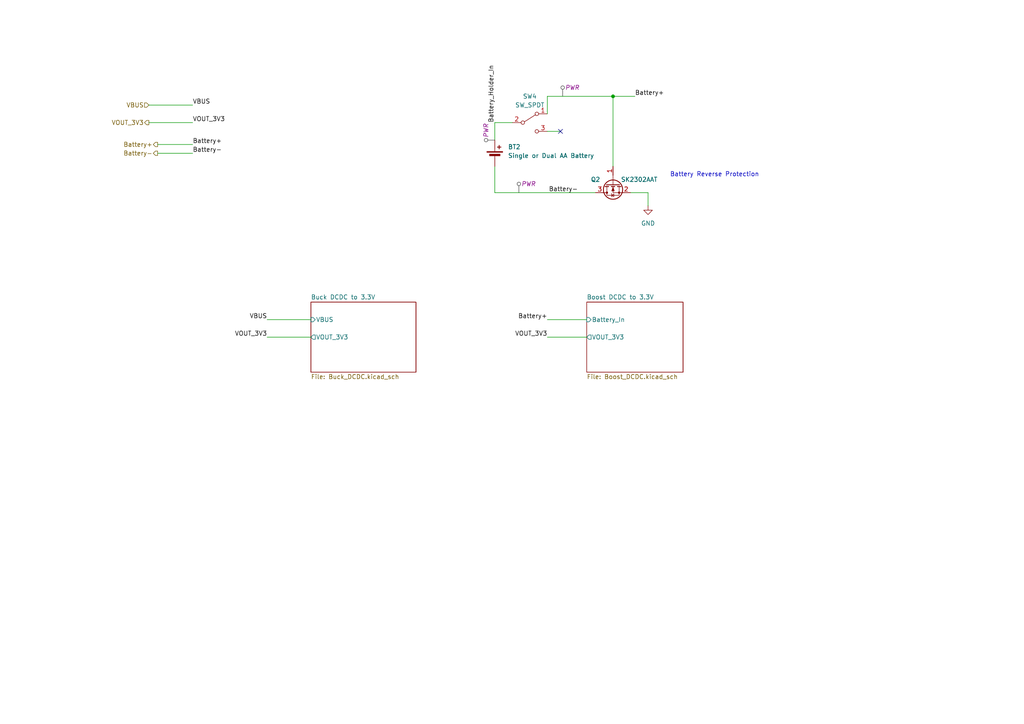
<source format=kicad_sch>
(kicad_sch (version 20230121) (generator eeschema)
  (paper "A4")
  (title_block (title "KiCad 2023 Asia Badge") (date "2023-10-15") (rev "2.1") (company "Beijing Exponential Deep Space") (comment 1 "Licensed under CC By 4.0 http://creativecommons.org/licenses/by/4.0/") (comment 2 "Designed by Yang Hongbo"))
  (lib_symbols
    (symbol "Device:Battery_Cell" (pin_numbers hide) (pin_names (offset 0) hide)
      (property "Reference" "BT" (at 2.54 2.54 0))
      (property "Value" "Battery_Cell" (at 2.54 0 0))
      (symbol "Battery_Cell_0_1"
        (rectangle (start -2.286 1.778) (end 2.286 1.524) (fill (type outline)))
        (rectangle (start -1.524 1.016) (end 1.524 0.508) (fill (type outline)))
        (polyline (pts (xy 0 0.762) (xy 0 0)))
        (polyline (pts (xy 0 1.778) (xy 0 2.54)))
        (polyline (pts (xy 0.762 3.048) (xy 1.778 3.048)) (stroke (width 0.254)))
        (polyline (pts (xy 1.27 3.556) (xy 1.27 2.54)) (stroke (width 0.254)))
      )
      (symbol "Battery_Cell_1_1"
        (pin passive line (at 0 5.08 270) (length 2.54) (name "+") (number "1"))
        (pin passive line (at 0 -2.54 90) (length 2.54) (name "-") (number "2"))
      )
    )
    (symbol "Device:Q_NMOS_GSD" (pin_names (offset 0) hide)
      (property "Reference" "Q" (at 5.08 1.27 0))
      (property "Value" "Q_NMOS_GSD" (at 5.08 -1.27 0))
      (symbol "Q_NMOS_GSD_0_1"
        (polyline (pts (xy 0.254 0) (xy -2.54 0)))
        (polyline (pts (xy 0.254 1.905) (xy 0.254 -1.905)) (stroke (width 0.254)))
        (polyline (pts (xy 0.762 -1.27) (xy 0.762 -2.286)) (stroke (width 0.254)))
        (polyline (pts (xy 0.762 0.508) (xy 0.762 -0.508)) (stroke (width 0.254)))
        (polyline (pts (xy 0.762 2.286) (xy 0.762 1.27)) (stroke (width 0.254)))
        (polyline (pts (xy 2.54 2.54) (xy 2.54 1.778)))
        (polyline (pts (xy 2.54 -2.54) (xy 2.54 0) (xy 0.762 0)))
        (polyline (pts (xy 0.762 -1.778) (xy 3.302 -1.778) (xy 3.302 1.778) (xy 0.762 1.778)))
        (polyline (pts (xy 1.016 0) (xy 2.032 0.381) (xy 2.032 -0.381) (xy 1.016 0)) (fill (type outline)))
        (polyline (pts (xy 2.794 0.508) (xy 2.921 0.381) (xy 3.683 0.381) (xy 3.81 0.254)))
        (polyline (pts (xy 3.302 0.381) (xy 2.921 -0.254) (xy 3.683 -0.254) (xy 3.302 0.381)))
        (circle (center 1.651 0) (radius 2.794) (stroke (width 0.254)))
        (circle (center 2.54 -1.778) (radius 0.254) (fill (type outline)))
        (circle (center 2.54 1.778) (radius 0.254) (fill (type outline)))
      )
      (symbol "Q_NMOS_GSD_1_1"
        (pin input line (at -5.08 0 0) (length 2.54) (name "G") (number "1"))
        (pin passive line (at 2.54 -5.08 90) (length 2.54) (name "S") (number "2"))
        (pin passive line (at 2.54 5.08 270) (length 2.54) (name "D") (number "3"))
      )
    )
    (symbol "Switch:SW_SPDT" (pin_names (offset 0) hide)
      (property "Reference" "SW" (at 0 4.318 0))
      (property "Value" "SW_SPDT" (at 0 -5.08 0))
      (symbol "SW_SPDT_0_0"
        (circle (center -2.032 0) (radius 0.508))
        (circle (center 2.032 -2.54) (radius 0.508))
      )
      (symbol "SW_SPDT_0_1"
        (polyline (pts (xy -1.524 0.254) (xy 1.651 2.286)))
        (circle (center 2.032 2.54) (radius 0.508))
      )
      (symbol "SW_SPDT_1_1"
        (pin passive line (at 5.08 2.54 180) (length 2.54) (name "A") (number "1"))
        (pin passive line (at -5.08 0 0) (length 2.54) (name "B") (number "2"))
        (pin passive line (at 5.08 -2.54 180) (length 2.54) (name "C") (number "3"))
      )
    )
    (symbol "power:GND" (power) (pin_names (offset 0))
      (property "Value" "GND" (at 0 -3.81 0))
      (symbol "GND_0_1"
        (polyline (pts (xy 0 0) (xy 0 -1.27) (xy 1.27 -1.27) (xy 0 -2.54) (xy -1.27 -1.27) (xy 0 -1.27)))
      )
      (symbol "GND_1_1"
        (pin power_in line (at 0 0 270) (length 0) hide (name "GND") (number "1"))
      )
    )
  )
  (junction (at 177.8 27.94))
  (no_connect (at 162.56 38.1))
  (wire (pts (xy 158.75 38.1) (xy 162.56 38.1)))
  (wire (pts (xy 45.72 41.91) (xy 55.88 41.91)))
  (wire (pts (xy 45.72 44.45) (xy 55.88 44.45)))
  (wire (pts (xy 143.51 35.56) (xy 143.51 40.64)))
  (wire (pts (xy 90.17 97.79) (xy 77.47 97.79)))
  (wire (pts (xy 170.18 92.71) (xy 158.75 92.71)))
  (wire (pts (xy 158.75 33.02) (xy 158.75 27.94)))
  (wire (pts (xy 158.75 27.94) (xy 177.8 27.94)))
  (wire (pts (xy 170.18 97.79) (xy 158.75 97.79)))
  (wire (pts (xy 177.8 27.94) (xy 184.15 27.94)))
  (wire (pts (xy 43.18 35.56) (xy 55.88 35.56)))
  (wire (pts (xy 143.51 35.56) (xy 148.59 35.56)))
  (wire (pts (xy 90.17 92.71) (xy 77.47 92.71)))
  (wire (pts (xy 177.8 27.94) (xy 177.8 48.26)))
  (wire (pts (xy 43.18 30.48) (xy 55.88 30.48)))
  (wire (pts (xy 143.51 48.26) (xy 143.51 55.88)))
  (wire (pts (xy 182.88 55.88) (xy 187.96 55.88)))
  (wire (pts (xy 187.96 55.88) (xy 187.96 59.69)))
  (wire (pts (xy 143.51 55.88) (xy 172.72 55.88)))
  (text "Battery Reverse Protection" (at 194.31 51.435 0) (effects (font (size 1.27 1.27)) (justify left bottom)))
  (label "VBUS" (at 55.88 30.48 0))
  (label "VOUT_3V3" (at 55.88 35.56 0))
  (label "Battery+" (at 158.75 92.71 180))
  (label "VOUT_3V3" (at 158.75 97.79 180))
  (label "Battery+" (at 184.15 27.94 0))
  (label "Battery-" (at 55.88 44.45 0))
  (label "Battery-" (at 167.64 55.88 180))
  (label "Battery+" (at 55.88 41.91 0))
  (label "Battery_Holder_In" (at 143.51 35.56 90))
  (label "VOUT_3V3" (at 77.47 97.79 180))
  (label "VBUS" (at 77.47 92.71 180))
  (hierarchical_label "Battery+" (shape output) (at 45.72 41.91 180))
  (hierarchical_label "VOUT_3V3" (shape output) (at 43.18 35.56 180))
  (hierarchical_label "VBUS" (shape input) (at 43.18 30.48 180))
  (hierarchical_label "Battery-" (shape output) (at 45.72 44.45 180))
  (netclass_flag "" (length 2.54) (shape round) (at 150.495 55.88 0) (property "Netclass" "PWR" (at 151.1935 53.34 0) (effects (font italic) (justify left))))
  (netclass_flag "" (length 2.54) (shape round) (at 143.51 40.64 90) (property "Netclass" "PWR" (at 140.97 39.9415 90) (effects (font italic) (justify left))))
  (netclass_flag "" (length 2.54) (shape round) (at 163.195 27.94 0) (property "Netclass" "PWR" (at 163.8935 25.4 0) (effects (font italic) (justify left))))
  (symbol (lib_id "power:GND") (at 187.96 59.69 0) (unit 1)
    (property "Reference" "#PWR010" (effects hide))
    (property "Value" "GND" (at 187.96 64.77 0))
  )
  (symbol (lib_id "Device:Battery_Cell") (at 143.51 45.72 0) (unit 1)
    (property "Reference" "BT2" (at 147.32 42.6085 0) (effects (justify left)))
    (property "Value" "Single or Dual AA Battery" (at 147.32 45.1485 0) (effects (justify left)))
    (property "Footprint" "Battery:BatteryHolder_Keystone_2460_1xAA" (effects hide))
  )
  (symbol (lib_id "Device:Q_NMOS_GSD") (at 177.8 53.34 90) (mirror x) (unit 1)
    (property "Reference" "Q2" (at 172.72 52.07 90))
    (property "Value" "SK2302AAT" (at 185.42 52.07 90))
    (property "Footprint" "Package_TO_SOT_SMD:SOT-523" (effects hide))
    (property "Description" "类型：N沟道 漏源电压(Vdss)：20V 连续漏极电流(Id)：2.1A 功率(Pd)：350mW 导通电阻(RDS(on)@Vgs,Id)：60mΩ@4.5V,2A" (effects hide))
    (property "LCSC" "C475757" (effects hide))
    (property "Vendor" " SHIKUES(时科)" (effects hide))
    (property "Vendor Model" "SK2302AAT" (effects hide))
    (instances (project "KiConSZ2023" (path "" (reference "Q2") (unit 1)) (path "" (reference "Q17") (unit 1))))
  )
  (symbol (lib_id "Switch:SW_SPDT") (at 153.67 35.56 0) (unit 1)
    (property "Reference" "SW4" (at 153.67 27.94 0))
    (property "Value" "SW_SPDT" (at 153.67 30.48 0))
    (property "Footprint" "IotPi_Switch:MS-22D28-G020" (effects hide))
    (property "Description" "额定电流(DC): 1A 额定电压(DC): 6V 电路结构: 双刀双掷 安装方式: 立贴 机械寿命: 10000次 开关颜色: 黑色 滑钮" (effects hide))
    (property "LCSC" "C963205" (effects hide))
    (property "Vendor" "G-Switch(品赞)" (effects hide))
    (property "Vendor Model" "MS-22D28-G020" (effects hide))
  )
  (sheet (at 170.18 87.63) (size 27.94 20.32) (stroke (width 0.1524))
    (property "Sheetname" "Boost DCDC to 3.3V" (at 170.18 86.9184 0) (effects (justify left bottom)))
    (property "Sheetfile" "Boost_DCDC.kicad_sch" (at 170.18 108.5346 0) (effects (justify left top)))
    (pin "VOUT_3V3" output (at 170.18 97.79 180))
    (pin "Battery_In" input (at 170.18 92.71 180))
  )
  (sheet (at 90.17 87.63) (size 30.48 20.32) (stroke (width 0.1524))
    (property "Sheetname" "Buck DCDC to 3.3V" (at 90.17 86.9184 0) (effects (justify left bottom)))
    (property "Sheetfile" "Buck_DCDC.kicad_sch" (at 90.17 108.5346 0) (effects (justify left top)))
    (pin "VBUS" input (at 90.17 92.71 180))
    (pin "VOUT_3V3" output (at 90.17 97.79 180))
  )
)
</source>
